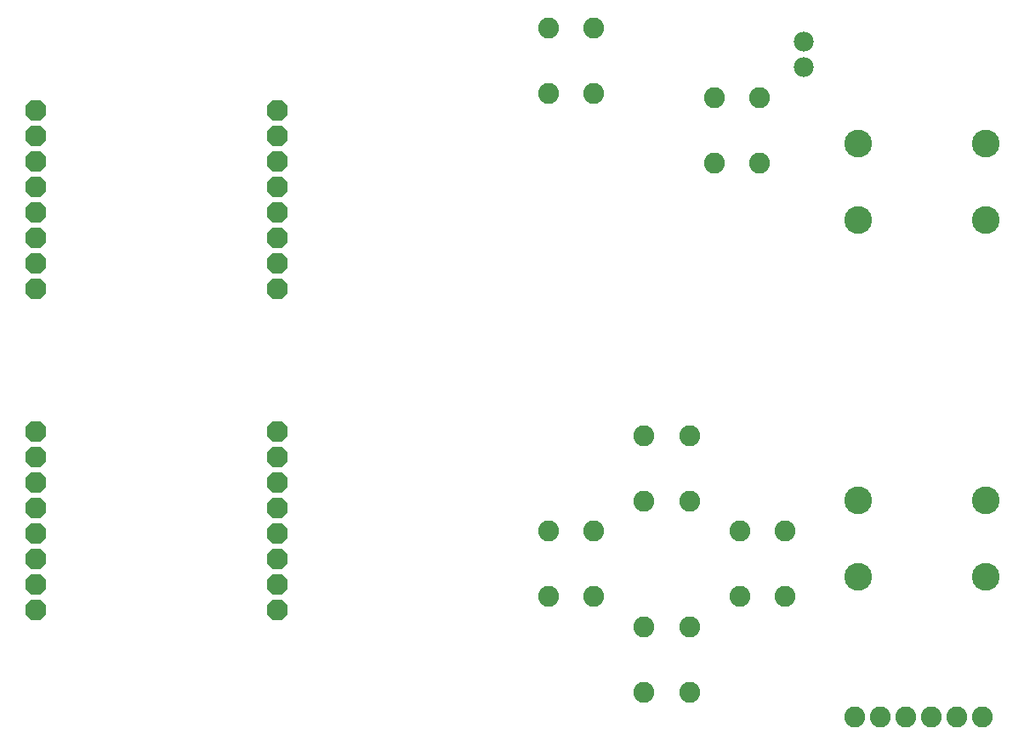
<source format=gbs>
G75*
%MOIN*%
%OFA0B0*%
%FSLAX25Y25*%
%IPPOS*%
%LPD*%
%AMOC8*
5,1,8,0,0,1.08239X$1,22.5*
%
%ADD10OC8,0.08300*%
%ADD11C,0.08200*%
%ADD12C,0.07800*%
%ADD13C,0.10850*%
D10*
X0065356Y0054608D03*
X0065356Y0064608D03*
X0065356Y0074608D03*
X0065356Y0084608D03*
X0065356Y0094608D03*
X0065356Y0104608D03*
X0065356Y0114608D03*
X0065356Y0124608D03*
X0065356Y0180592D03*
X0065356Y0190592D03*
X0065356Y0200592D03*
X0065356Y0210592D03*
X0065356Y0220592D03*
X0065356Y0230592D03*
X0065356Y0240592D03*
X0065356Y0250592D03*
X0159844Y0250592D03*
X0159844Y0240592D03*
X0159844Y0230592D03*
X0159844Y0220592D03*
X0159844Y0210592D03*
X0159844Y0200592D03*
X0159844Y0190592D03*
X0159844Y0180592D03*
X0159844Y0124608D03*
X0159844Y0114608D03*
X0159844Y0104608D03*
X0159844Y0094608D03*
X0159844Y0084608D03*
X0159844Y0074608D03*
X0159844Y0064608D03*
X0159844Y0054608D03*
D11*
X0266200Y0059800D03*
X0284000Y0059800D03*
X0303700Y0047900D03*
X0321500Y0047900D03*
X0341200Y0059800D03*
X0359000Y0059800D03*
X0359000Y0085400D03*
X0341200Y0085400D03*
X0321500Y0097300D03*
X0303700Y0097300D03*
X0284000Y0085400D03*
X0266200Y0085400D03*
X0303700Y0122900D03*
X0321500Y0122900D03*
X0321500Y0022300D03*
X0303700Y0022300D03*
X0386350Y0012600D03*
X0396350Y0012600D03*
X0406350Y0012600D03*
X0416350Y0012600D03*
X0426350Y0012600D03*
X0436350Y0012600D03*
X0349000Y0229800D03*
X0331200Y0229800D03*
X0331200Y0255400D03*
X0349000Y0255400D03*
X0284000Y0257300D03*
X0266200Y0257300D03*
X0266200Y0282900D03*
X0284000Y0282900D03*
D12*
X0366350Y0277600D03*
X0366350Y0267600D03*
D13*
X0387600Y0237600D03*
X0387600Y0207600D03*
X0437600Y0207600D03*
X0437600Y0237600D03*
X0437600Y0097600D03*
X0437600Y0067600D03*
X0387600Y0067600D03*
X0387600Y0097600D03*
M02*

</source>
